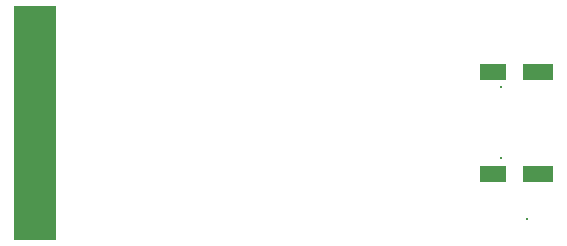
<source format=gbs>
G04*
G04 #@! TF.GenerationSoftware,Altium Limited,Altium Designer,18.1.7 (191)*
G04*
G04 Layer_Color=16711935*
%FSLAX44Y44*%
%MOMM*%
G71*
G01*
G75*
%ADD61C,0.2032*%
%ADD62R,2.2032X1.4032*%
%ADD63R,2.5032X1.4032*%
%ADD79R,3.6250X19.8500*%
%ADD80R,3.2032X0.5532*%
D61*
X601000Y314000D02*
D03*
X579000Y365000D02*
D03*
Y425000D02*
D03*
D62*
X571830Y351800D02*
D03*
Y438300D02*
D03*
D63*
X610430Y351800D02*
D03*
Y438300D02*
D03*
D79*
X184125Y395000D02*
D03*
D80*
X184750Y305000D02*
D03*
Y320000D02*
D03*
Y315000D02*
D03*
Y360000D02*
D03*
Y365000D02*
D03*
Y355000D02*
D03*
Y380000D02*
D03*
Y385000D02*
D03*
Y375000D02*
D03*
Y400000D02*
D03*
Y405000D02*
D03*
Y395000D02*
D03*
Y420000D02*
D03*
Y425000D02*
D03*
Y415000D02*
D03*
Y435000D02*
D03*
Y310000D02*
D03*
Y350000D02*
D03*
Y370000D02*
D03*
Y390000D02*
D03*
Y410000D02*
D03*
Y430000D02*
D03*
Y440000D02*
D03*
Y480250D02*
D03*
Y470250D02*
D03*
Y475250D02*
D03*
Y465250D02*
D03*
Y485250D02*
D03*
Y445000D02*
D03*
Y450000D02*
D03*
Y455000D02*
D03*
Y460000D02*
D03*
Y325000D02*
D03*
M02*

</source>
